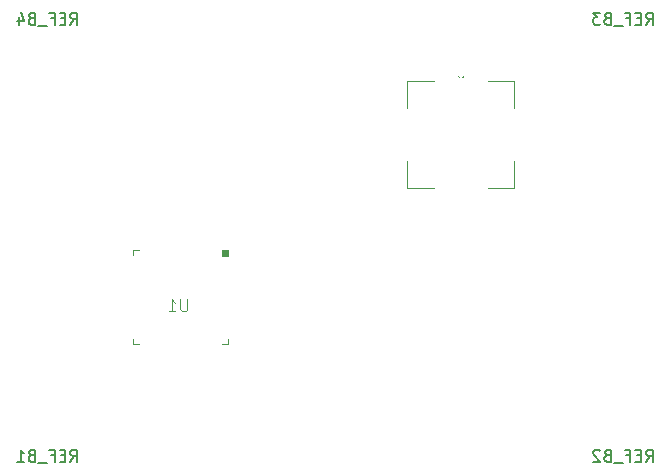
<source format=gbr>
G04 #@! TF.GenerationSoftware,KiCad,Pcbnew,(5.1.5)-3*
G04 #@! TF.CreationDate,2020-07-07T20:54:15-07:00*
G04 #@! TF.ProjectId,Miniscope-V4-Ephys-System,4d696e69-7363-46f7-9065-2d56342d4570,rev?*
G04 #@! TF.SameCoordinates,Original*
G04 #@! TF.FileFunction,Legend,Bot*
G04 #@! TF.FilePolarity,Positive*
%FSLAX46Y46*%
G04 Gerber Fmt 4.6, Leading zero omitted, Abs format (unit mm)*
G04 Created by KiCad (PCBNEW (5.1.5)-3) date 2020-07-07 20:54:15*
%MOMM*%
%LPD*%
G04 APERTURE LIST*
%ADD10C,0.100000*%
%ADD11C,0.150000*%
%ADD12C,0.025400*%
%ADD13O,1.000000X1.000000*%
%ADD14R,1.000000X1.000000*%
%ADD15C,1.000000*%
%ADD16C,0.500000*%
%ADD17C,2.000000*%
%ADD18R,1.000000X2.000000*%
%ADD19C,0.370000*%
%ADD20R,0.610000X0.260000*%
%ADD21R,0.260000X0.610000*%
G04 APERTURE END LIST*
D10*
X130470000Y-112220000D02*
X132735000Y-112220000D01*
X130470000Y-114485000D02*
X130470000Y-112220000D01*
X130470000Y-121280000D02*
X132735000Y-121280000D01*
X130470000Y-119015000D02*
X130470000Y-121280000D01*
X139530000Y-121280000D02*
X137265000Y-121280000D01*
X139530000Y-119015000D02*
X139530000Y-121280000D01*
X139530000Y-112220000D02*
X137265000Y-112220000D01*
X139530000Y-114485000D02*
X139530000Y-112220000D01*
G36*
X115300000Y-127000000D02*
G01*
X115300000Y-126500000D01*
X114800000Y-126500000D01*
X114800000Y-127000000D01*
X115300000Y-127000000D01*
G37*
X115300000Y-127000000D02*
X115300000Y-126500000D01*
X114800000Y-126500000D01*
X114800000Y-127000000D01*
X115300000Y-127000000D01*
X115250000Y-126970000D02*
X115250000Y-126500000D01*
X115250000Y-126500000D02*
X114780000Y-126500000D01*
X115250000Y-134030000D02*
X115250000Y-134500000D01*
X115250000Y-134500000D02*
X114780000Y-134500000D01*
X107250000Y-134030000D02*
X107250000Y-134500000D01*
X107250000Y-134500000D02*
X107720000Y-134500000D01*
X107250000Y-126970000D02*
X107250000Y-126500000D01*
X107250000Y-126500000D02*
X107720000Y-126500000D01*
D11*
X101928571Y-144452380D02*
X102261904Y-143976190D01*
X102500000Y-144452380D02*
X102500000Y-143452380D01*
X102119047Y-143452380D01*
X102023809Y-143500000D01*
X101976190Y-143547619D01*
X101928571Y-143642857D01*
X101928571Y-143785714D01*
X101976190Y-143880952D01*
X102023809Y-143928571D01*
X102119047Y-143976190D01*
X102500000Y-143976190D01*
X101500000Y-143928571D02*
X101166666Y-143928571D01*
X101023809Y-144452380D02*
X101500000Y-144452380D01*
X101500000Y-143452380D01*
X101023809Y-143452380D01*
X100261904Y-143928571D02*
X100595238Y-143928571D01*
X100595238Y-144452380D02*
X100595238Y-143452380D01*
X100119047Y-143452380D01*
X99976190Y-144547619D02*
X99214285Y-144547619D01*
X98642857Y-143928571D02*
X98500000Y-143976190D01*
X98452380Y-144023809D01*
X98404761Y-144119047D01*
X98404761Y-144261904D01*
X98452380Y-144357142D01*
X98500000Y-144404761D01*
X98595238Y-144452380D01*
X98976190Y-144452380D01*
X98976190Y-143452380D01*
X98642857Y-143452380D01*
X98547619Y-143500000D01*
X98500000Y-143547619D01*
X98452380Y-143642857D01*
X98452380Y-143738095D01*
X98500000Y-143833333D01*
X98547619Y-143880952D01*
X98642857Y-143928571D01*
X98976190Y-143928571D01*
X97452380Y-144452380D02*
X98023809Y-144452380D01*
X97738095Y-144452380D02*
X97738095Y-143452380D01*
X97833333Y-143595238D01*
X97928571Y-143690476D01*
X98023809Y-143738095D01*
X101928571Y-107452380D02*
X102261904Y-106976190D01*
X102500000Y-107452380D02*
X102500000Y-106452380D01*
X102119047Y-106452380D01*
X102023809Y-106500000D01*
X101976190Y-106547619D01*
X101928571Y-106642857D01*
X101928571Y-106785714D01*
X101976190Y-106880952D01*
X102023809Y-106928571D01*
X102119047Y-106976190D01*
X102500000Y-106976190D01*
X101500000Y-106928571D02*
X101166666Y-106928571D01*
X101023809Y-107452380D02*
X101500000Y-107452380D01*
X101500000Y-106452380D01*
X101023809Y-106452380D01*
X100261904Y-106928571D02*
X100595238Y-106928571D01*
X100595238Y-107452380D02*
X100595238Y-106452380D01*
X100119047Y-106452380D01*
X99976190Y-107547619D02*
X99214285Y-107547619D01*
X98642857Y-106928571D02*
X98500000Y-106976190D01*
X98452380Y-107023809D01*
X98404761Y-107119047D01*
X98404761Y-107261904D01*
X98452380Y-107357142D01*
X98500000Y-107404761D01*
X98595238Y-107452380D01*
X98976190Y-107452380D01*
X98976190Y-106452380D01*
X98642857Y-106452380D01*
X98547619Y-106500000D01*
X98500000Y-106547619D01*
X98452380Y-106642857D01*
X98452380Y-106738095D01*
X98500000Y-106833333D01*
X98547619Y-106880952D01*
X98642857Y-106928571D01*
X98976190Y-106928571D01*
X97547619Y-106785714D02*
X97547619Y-107452380D01*
X97785714Y-106404761D02*
X98023809Y-107119047D01*
X97404761Y-107119047D01*
X150678571Y-107452380D02*
X151011904Y-106976190D01*
X151250000Y-107452380D02*
X151250000Y-106452380D01*
X150869047Y-106452380D01*
X150773809Y-106500000D01*
X150726190Y-106547619D01*
X150678571Y-106642857D01*
X150678571Y-106785714D01*
X150726190Y-106880952D01*
X150773809Y-106928571D01*
X150869047Y-106976190D01*
X151250000Y-106976190D01*
X150250000Y-106928571D02*
X149916666Y-106928571D01*
X149773809Y-107452380D02*
X150250000Y-107452380D01*
X150250000Y-106452380D01*
X149773809Y-106452380D01*
X149011904Y-106928571D02*
X149345238Y-106928571D01*
X149345238Y-107452380D02*
X149345238Y-106452380D01*
X148869047Y-106452380D01*
X148726190Y-107547619D02*
X147964285Y-107547619D01*
X147392857Y-106928571D02*
X147250000Y-106976190D01*
X147202380Y-107023809D01*
X147154761Y-107119047D01*
X147154761Y-107261904D01*
X147202380Y-107357142D01*
X147250000Y-107404761D01*
X147345238Y-107452380D01*
X147726190Y-107452380D01*
X147726190Y-106452380D01*
X147392857Y-106452380D01*
X147297619Y-106500000D01*
X147250000Y-106547619D01*
X147202380Y-106642857D01*
X147202380Y-106738095D01*
X147250000Y-106833333D01*
X147297619Y-106880952D01*
X147392857Y-106928571D01*
X147726190Y-106928571D01*
X146821428Y-106452380D02*
X146202380Y-106452380D01*
X146535714Y-106833333D01*
X146392857Y-106833333D01*
X146297619Y-106880952D01*
X146250000Y-106928571D01*
X146202380Y-107023809D01*
X146202380Y-107261904D01*
X146250000Y-107357142D01*
X146297619Y-107404761D01*
X146392857Y-107452380D01*
X146678571Y-107452380D01*
X146773809Y-107404761D01*
X146821428Y-107357142D01*
X150678571Y-144452380D02*
X151011904Y-143976190D01*
X151250000Y-144452380D02*
X151250000Y-143452380D01*
X150869047Y-143452380D01*
X150773809Y-143500000D01*
X150726190Y-143547619D01*
X150678571Y-143642857D01*
X150678571Y-143785714D01*
X150726190Y-143880952D01*
X150773809Y-143928571D01*
X150869047Y-143976190D01*
X151250000Y-143976190D01*
X150250000Y-143928571D02*
X149916666Y-143928571D01*
X149773809Y-144452380D02*
X150250000Y-144452380D01*
X150250000Y-143452380D01*
X149773809Y-143452380D01*
X149011904Y-143928571D02*
X149345238Y-143928571D01*
X149345238Y-144452380D02*
X149345238Y-143452380D01*
X148869047Y-143452380D01*
X148726190Y-144547619D02*
X147964285Y-144547619D01*
X147392857Y-143928571D02*
X147250000Y-143976190D01*
X147202380Y-144023809D01*
X147154761Y-144119047D01*
X147154761Y-144261904D01*
X147202380Y-144357142D01*
X147250000Y-144404761D01*
X147345238Y-144452380D01*
X147726190Y-144452380D01*
X147726190Y-143452380D01*
X147392857Y-143452380D01*
X147297619Y-143500000D01*
X147250000Y-143547619D01*
X147202380Y-143642857D01*
X147202380Y-143738095D01*
X147250000Y-143833333D01*
X147297619Y-143880952D01*
X147392857Y-143928571D01*
X147726190Y-143928571D01*
X146773809Y-143547619D02*
X146726190Y-143500000D01*
X146630952Y-143452380D01*
X146392857Y-143452380D01*
X146297619Y-143500000D01*
X146250000Y-143547619D01*
X146202380Y-143642857D01*
X146202380Y-143738095D01*
X146250000Y-143880952D01*
X146821428Y-144452380D01*
X146202380Y-144452380D01*
D12*
X135193523Y-111610904D02*
X135193523Y-111816523D01*
X135181428Y-111840714D01*
X135169333Y-111852809D01*
X135145142Y-111864904D01*
X135096761Y-111864904D01*
X135072571Y-111852809D01*
X135060476Y-111840714D01*
X135048380Y-111816523D01*
X135048380Y-111610904D01*
X134818571Y-111695571D02*
X134818571Y-111864904D01*
X134879047Y-111598809D02*
X134939523Y-111780238D01*
X134782285Y-111780238D01*
D10*
X111832904Y-130705180D02*
X111832904Y-131514704D01*
X111785285Y-131609942D01*
X111737666Y-131657561D01*
X111642428Y-131705180D01*
X111451952Y-131705180D01*
X111356714Y-131657561D01*
X111309095Y-131609942D01*
X111261476Y-131514704D01*
X111261476Y-130705180D01*
X110261476Y-131705180D02*
X110832904Y-131705180D01*
X110547190Y-131705180D02*
X110547190Y-130705180D01*
X110642428Y-130848038D01*
X110737666Y-130943276D01*
X110832904Y-130990895D01*
%LPC*%
D13*
X115060000Y-115500000D03*
X113790000Y-115500000D03*
X112520000Y-115500000D03*
D14*
X111250000Y-115500000D03*
D15*
X112500000Y-113500000D03*
X109000000Y-113000000D03*
D16*
X112750000Y-119250000D03*
X112000000Y-119250000D03*
X109000000Y-119250000D03*
X113500000Y-119250000D03*
X111250000Y-119250000D03*
X110500000Y-119250000D03*
X109750000Y-119250000D03*
X109750000Y-117000000D03*
X113500000Y-109750000D03*
X110500000Y-117000000D03*
X112000000Y-117000000D03*
X112750000Y-117000000D03*
X111250000Y-117000000D03*
X109750000Y-109750000D03*
X112750000Y-112000000D03*
X110500000Y-112000000D03*
X112750000Y-109750000D03*
X111250000Y-109750000D03*
X112000000Y-109750000D03*
X112000000Y-112000000D03*
X110500000Y-109750000D03*
X109750000Y-112000000D03*
X111250000Y-112000000D03*
X109000000Y-109750000D03*
D15*
X105500000Y-113000000D03*
X117000000Y-113000000D03*
X107500000Y-114717400D03*
X107500000Y-116000000D03*
D17*
X100000000Y-142000000D03*
X100000000Y-105000000D03*
X148750000Y-105000000D03*
X148750000Y-142000000D03*
D16*
X138875000Y-135000000D03*
X139250000Y-137250000D03*
X134750000Y-137250000D03*
X137375000Y-135000000D03*
X136250000Y-137250000D03*
X135125000Y-135000000D03*
X138125000Y-135000000D03*
X137750000Y-137250000D03*
X138500000Y-137250000D03*
X137000000Y-137250000D03*
X136625000Y-135000000D03*
X135875000Y-135000000D03*
X135500000Y-137250000D03*
X124500000Y-131375000D03*
X124500000Y-134375000D03*
X126750000Y-131750000D03*
X113500000Y-137250000D03*
X109000000Y-137250000D03*
X109000000Y-123750000D03*
X113500000Y-123750000D03*
X132750000Y-109750000D03*
X137250000Y-109750000D03*
X137250000Y-124000000D03*
X132750000Y-124000000D03*
X124500000Y-132875000D03*
X126750000Y-132500000D03*
X124500000Y-133625000D03*
X126750000Y-134000000D03*
X126750000Y-133250000D03*
X124500000Y-132125000D03*
X135750000Y-122000000D03*
X134250000Y-124000000D03*
X133500000Y-122000000D03*
X136500000Y-122000000D03*
X135750000Y-124000000D03*
X136500000Y-124000000D03*
X135000000Y-124000000D03*
X135000000Y-122000000D03*
X134250000Y-122000000D03*
X133500000Y-124000000D03*
X134250000Y-111750000D03*
X135750000Y-109750000D03*
X136500000Y-111750000D03*
X133500000Y-111750000D03*
X134250000Y-109750000D03*
X133500000Y-109750000D03*
X135000000Y-109750000D03*
X135000000Y-111750000D03*
X135750000Y-111750000D03*
X136500000Y-109750000D03*
X110500000Y-123750000D03*
X109750000Y-123750000D03*
X112000000Y-123750000D03*
X112750000Y-123750000D03*
X111250000Y-123750000D03*
X110500000Y-125750000D03*
X109750000Y-125750000D03*
X112000000Y-125750000D03*
X112750000Y-125750000D03*
X111250000Y-125750000D03*
X110500000Y-137250000D03*
X109750000Y-137250000D03*
X112000000Y-137250000D03*
X112750000Y-137250000D03*
X111250000Y-137250000D03*
X112750000Y-135250000D03*
X112000000Y-135250000D03*
X111250000Y-135250000D03*
X110500000Y-135250000D03*
X109750000Y-135250000D03*
D15*
X140750000Y-134000000D03*
X105750000Y-128750000D03*
X116750000Y-128750000D03*
X140750000Y-117750000D03*
X129250000Y-117750000D03*
D18*
X132500000Y-132015800D03*
X137500000Y-132015800D03*
X135000000Y-132015800D03*
X133750000Y-132015800D03*
X136250000Y-132015800D03*
X138750000Y-132015800D03*
D19*
X131400000Y-120350000D03*
X132200000Y-120350000D03*
X133000000Y-120350000D03*
X133800000Y-120350000D03*
X134600000Y-120350000D03*
X135400000Y-120350000D03*
X136200000Y-120350000D03*
X137000000Y-120350000D03*
X137800000Y-120350000D03*
X138600000Y-120350000D03*
X131400000Y-119550000D03*
X132200000Y-119550000D03*
X133000000Y-119550000D03*
X133800000Y-119550000D03*
X134600000Y-119550000D03*
X135400000Y-119550000D03*
X136200000Y-119550000D03*
X137000000Y-119550000D03*
X137800000Y-119550000D03*
X138600000Y-119550000D03*
X131400000Y-118750000D03*
X132200000Y-118750000D03*
X133000000Y-118750000D03*
X133800000Y-118750000D03*
X134600000Y-118750000D03*
X135400000Y-118750000D03*
X136200000Y-118750000D03*
X137000000Y-118750000D03*
X137800000Y-118750000D03*
X138600000Y-118750000D03*
X131400000Y-117950000D03*
X132200000Y-117950000D03*
X133000000Y-117950000D03*
X133800000Y-117950000D03*
X134600000Y-117950000D03*
X135400000Y-117950000D03*
X136200000Y-117950000D03*
X137000000Y-117950000D03*
X137800000Y-117950000D03*
X138600000Y-117950000D03*
X131400000Y-117150000D03*
X132200000Y-117150000D03*
X133000000Y-117150000D03*
X133800000Y-117150000D03*
X134600000Y-117150000D03*
X135400000Y-117150000D03*
X136200000Y-117150000D03*
X137000000Y-117150000D03*
X137800000Y-117150000D03*
X138600000Y-117150000D03*
X131400000Y-116350000D03*
X132200000Y-116350000D03*
X133000000Y-116350000D03*
X133800000Y-116350000D03*
X134600000Y-116350000D03*
X135400000Y-116350000D03*
X136200000Y-116350000D03*
X137000000Y-116350000D03*
X137800000Y-116350000D03*
X138600000Y-116350000D03*
X131400000Y-115550000D03*
X132200000Y-115550000D03*
X133000000Y-115550000D03*
X133800000Y-115550000D03*
X134600000Y-115550000D03*
X135400000Y-115550000D03*
X136200000Y-115550000D03*
X137000000Y-115550000D03*
X137800000Y-115550000D03*
X138600000Y-115550000D03*
X131400000Y-114750000D03*
X132200000Y-114750000D03*
X133000000Y-114750000D03*
X133800000Y-114750000D03*
X134600000Y-114750000D03*
X135400000Y-114750000D03*
X136200000Y-114750000D03*
X137000000Y-114750000D03*
X137800000Y-114750000D03*
X138600000Y-114750000D03*
X131400000Y-113950000D03*
X132200000Y-113950000D03*
X133000000Y-113950000D03*
X133800000Y-113950000D03*
X134600000Y-113950000D03*
X135400000Y-113950000D03*
X136200000Y-113950000D03*
X137000000Y-113950000D03*
X137800000Y-113950000D03*
X138600000Y-113950000D03*
X131400000Y-113150000D03*
X132200000Y-113150000D03*
X133000000Y-113150000D03*
X133800000Y-113150000D03*
X134600000Y-113150000D03*
X135400000Y-113150000D03*
X136200000Y-113150000D03*
X137000000Y-113150000D03*
X137800000Y-113150000D03*
X138600000Y-113150000D03*
D20*
X115100000Y-127250000D03*
X115100000Y-127750000D03*
X115100000Y-128250000D03*
X115100000Y-128750000D03*
X115100000Y-129250000D03*
X115100000Y-129750000D03*
X115100000Y-130250000D03*
X115100000Y-130750000D03*
X115100000Y-131250000D03*
X115100000Y-131750000D03*
X115100000Y-132250000D03*
X115100000Y-132750000D03*
X115100000Y-133250000D03*
X115100000Y-133750000D03*
D21*
X114500000Y-134350000D03*
X114000000Y-134350000D03*
X113500000Y-134350000D03*
X113000000Y-134350000D03*
X112500000Y-134350000D03*
X112000000Y-134350000D03*
X111500000Y-134350000D03*
X111000000Y-134350000D03*
X110500000Y-134350000D03*
X110000000Y-134350000D03*
X109500000Y-134350000D03*
X109000000Y-134350000D03*
X108500000Y-134350000D03*
X108000000Y-134350000D03*
D20*
X107400000Y-133750000D03*
X107400000Y-133250000D03*
X107400000Y-132750000D03*
X107400000Y-132250000D03*
X107400000Y-131750000D03*
X107400000Y-131250000D03*
X107400000Y-130750000D03*
X107400000Y-130250000D03*
X107400000Y-129750000D03*
X107400000Y-129250000D03*
X107400000Y-128750000D03*
X107400000Y-128250000D03*
X107400000Y-127750000D03*
X107400000Y-127250000D03*
D21*
X108000000Y-126650000D03*
X108500000Y-126650000D03*
X109000000Y-126650000D03*
X109500000Y-126650000D03*
X110000000Y-126650000D03*
X110500000Y-126650000D03*
X111000000Y-126650000D03*
X111500000Y-126650000D03*
X112000000Y-126650000D03*
X112500000Y-126650000D03*
X113000000Y-126650000D03*
X113500000Y-126650000D03*
X114000000Y-126650000D03*
X114500000Y-126650000D03*
M02*

</source>
